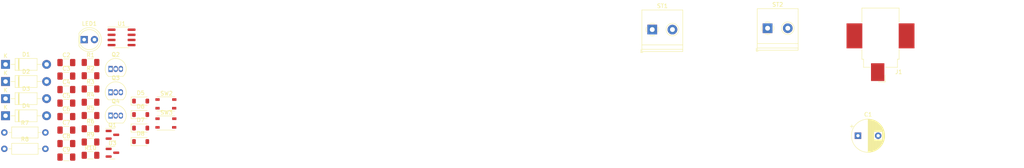
<source format=kicad_pcb>
(kicad_pcb (version 20221018) (generator pcbnew)
  (layers (0 "F.Cu" signal) (31 "B.Cu" signal) (34 "B.Paste" user) (35 "F.Paste" user) (36 "B.SilkS" user "B.Silkscreen") (37 "F.SilkS" user "F.Silkscreen") (38 "B.Mask" user) (39 "F.Mask" user) (44 "Edge.Cuts" user))
  (net 0 "")
  (net 1 "Net-(D1-K)")
  (net 2 "GND")
  (net 3 "Net-(D3-A)")
  (net 4 "+5V")
  (net 5 "Net-(JP1-A)")
  (net 6 "Net-(D1-A)")
  (net 7 "Net-(D2-K)")
  (net 8 "Net-(D4-A)")
  (net 9 "Net-(D5-K)")
  (net 10 "/LOOP_STATE")
  (net 11 "/OFFSET_REF_V")
  (net 12 "/LOOP_ENGZ")
  (net 13 "Net-(D8-A)")
  (net 14 "Net-(LED1-K)")
  (net 15 "Net-(LED1-A)")
  (net 16 "Net-(Q1-G)")
  (net 17 "+3.3V")
  (net 18 "Net-(Q2-B)")
  (net 19 "/SNDR_EN")
  (net 20 "Net-(Q3-E)")
  (net 21 "Net-(Q4-B)")
  (net 22 "/RTS")
  (net 23 "/KEY_PDL_DOT")
  (net 24 "/PDL_DASH")
  (net 25 "/KOB_KEY-")
  (footprint "Diode_SMD:D_SOD-123" (layer "F.Cu") (at -33.18 55.255)
    (fp_text reference "D7" (at 0 -2) (layer "F.SilkS"))
    (fp_text value "1N4148W")
    (fp_line (start -2.36 -1) (end -2.36 1) (stroke (width 0.12)) (layer "F.SilkS"))
    (fp_line (start -2.36 -1) (end 1.65 -1) (stroke (width 0.12)) (layer "F.SilkS"))
    (fp_line (start -2.36 1) (end 1.65 1) (stroke (width 0.12)) (layer "F.SilkS"))
    (pad "1" smd roundrect (at -1.65 0) (size 0.9 1.2) (layers "F.Cu" "F.Paste" "F.Mask") (net 12 "/LOOP_ENGZ"))
    (pad "2" smd roundrect (at 1.65 0) (size 0.9 1.2) (layers "F.Cu" "F.Paste" "F.Mask") (net 2 "GND"))
  )
  (footprint "Capacitor_SMD:C_1206_3216Metric_Pad1.33x1.80mm_HandSolder" (layer "F.Cu") (at -51.565 42.355)
    (fp_text reference "C3" (at 0 -1.85) (layer "F.SilkS"))
    (fp_text value "0.1u")
    (fp_line (start -0.711252 -0.91) (end 0.711252 -0.91) (stroke (width 0.12)) (layer "F.SilkS"))
    (fp_line (start -0.711252 0.91) (end 0.711252 0.91) (stroke (width 0.12)) (layer "F.SilkS"))
    (pad "1" smd roundrect (at -1.5625 0) (size 1.325 1.8) (layers "F.Cu" "F.Paste" "F.Mask") (roundrect_rratio 0.188679) (net 3 "Net-(D3-A)"))
    (pad "2" smd roundrect (at 1.5625 0) (size 1.325 1.8) (layers "F.Cu" "F.Paste" "F.Mask") (roundrect_rratio 0.188679) (net 2 "GND"))
  )
  (footprint "Package_TO_SOT_THT:TO-92_Inline" (layer "F.Cu") (at -40.625 40.585)
    (fp_text reference "Q2" (at 1.27 -3.56) (layer "F.SilkS"))
    (fp_text value "2N3905")
    (fp_line (start -0.53 1.85) (end 3.07 1.85) (stroke (width 0.12)) (layer "F.SilkS"))
    (fp_arc (start -0.568478 1.838478) (mid -1.132087 -0.994977) (end 1.27 -2.6) (stroke (width 0.12)) (layer "F.SilkS"))
    (fp_arc (start 1.27 -2.6) (mid 3.672087 -0.994977) (end 3.108478 1.838478) (stroke (width 0.12)) (layer "F.SilkS"))
    (pad "1" thru_hole rect (at 0 0) (size 1.05 1.5) (drill 0.75) (layers "*.Cu" "*.Mask") (net 17 "+3.3V"))
    (pad "2" thru_hole oval (at 1.27 0) (size 1.05 1.5) (drill 0.75) (layers "*.Cu" "*.Mask") (net 18 "Net-(Q2-B)"))
    (pad "3" thru_hole oval (at 2.54 0) (size 1.05 1.5) (drill 0.75) (layers "*.Cu" "*.Mask") (net 19 "/SNDR_EN"))
  )
  (footprint "Diode_THT:D_DO-41_SOD81_P10.16mm_Horizontal" (layer "F.Cu") (at -66.605 39.455)
    (fp_text reference "D1" (at 5.08 -2.47) (layer "F.SilkS"))
    (fp_text value "1N4004")
    (fp_text user "K" (at 0 -2.1) (layer "F.SilkS"))
    (fp_line (start 1.34 0) (end 2.36 0) (stroke (width 0.12)) (layer "F.SilkS"))
    (fp_line (start 2.36 -1.47) (end 2.36 1.47) (stroke (width 0.12)) (layer "F.SilkS"))
    (fp_line (start 2.36 1.47) (end 7.8 1.47) (stroke (width 0.12)) (layer "F.SilkS"))
    (fp_line (start 3.14 -1.47) (end 3.14 1.47) (stroke (width 0.12)) (layer "F.SilkS"))
    (fp_line (start 3.26 -1.47) (end 3.26 1.47) (stroke (width 0.12)) (layer "F.SilkS"))
    (fp_line (start 3.38 -1.47) (end 3.38 1.47) (stroke (width 0.12)) (layer "F.SilkS"))
    (fp_line (start 7.8 -1.47) (end 2.36 -1.47) (stroke (width 0.12)) (layer "F.SilkS"))
    (fp_line (start 7.8 1.47) (end 7.8 -1.47) (stroke (width 0.12)) (layer "F.SilkS"))
    (fp_line (start 8.82 0) (end 7.8 0) (stroke (width 0.12)) (layer "F.SilkS"))
    (pad "1" thru_hole rect (at 0 0) (size 2.2 2.2) (drill 1.1) (layers "*.Cu" "*.Mask") (net 1 "Net-(D1-K)"))
    (pad "2" thru_hole oval (at 10.16 0) (size 2.2 2.2) (drill 1.1) (layers "*.Cu" "*.Mask") (net 6 "Net-(D1-A)"))
  )
  (footprint "Diode_SMD:D_SOD-123" (layer "F.Cu") (at -33.18 51.905)
    (fp_text reference "D6" (at 0 -2) (layer "F.SilkS"))
    (fp_text value "MBR0560LT1G")
    (fp_line (start -2.36 -1) (end -2.36 1) (stroke (width 0.12)) (layer "F.SilkS"))
    (fp_line (start -2.36 -1) (end 1.65 -1) (stroke (width 0.12)) (layer "F.SilkS"))
    (fp_line (start -2.36 1) (end 1.65 1) (stroke (width 0.12)) (layer "F.SilkS"))
    (pad "1" smd roundrect (at -1.65 0) (size 0.9 1.2) (layers "F.Cu" "F.Paste" "F.Mask") (net 2 "GND"))
    (pad "2" smd roundrect (at 1.65 0) (size 0.9 1.2) (layers "F.Cu" "F.Paste" "F.Mask") (net 11 "/OFFSET_REF_V"))
  )
  (footprint "Resistor_SMD:R_1206_3216Metric_Pad1.30x1.75mm_HandSolder" (layer "F.Cu") (at -45.585 62.005)
    (fp_text reference "R10" (at 0 -1.82) (layer "F.SilkS"))
    (fp_text value "1k")
    (fp_line (start -0.727064 -0.91) (end 0.727064 -0.91) (stroke (width 0.12)) (layer "F.SilkS"))
    (fp_line (start -0.727064 0.91) (end 0.727064 0.91) (stroke (width 0.12)) (layer "F.SilkS"))
    (pad "1" smd roundrect (at -1.55 0) (size 1.3 1.75) (layers "F.Cu" "F.Paste" "F.Mask") (roundrect_rratio 0.192308) (net 19 "/SNDR_EN"))
    (pad "2" smd roundrect (at 1.55 0) (size 1.3 1.75) (layers "F.Cu" "F.Paste" "F.Mask") (roundrect_rratio 0.192308) (net 21 "Net-(Q4-B)"))
  )
  (footprint "Package_TO_SOT_SMD:SOT-23" (layer "F.Cu") (at -40.165 61.375)
    (fp_text reference "U3" (at 0 -2.4) (layer "F.SilkS"))
    (fp_text value "MCP1702T-3302E")
    (fp_line (start 0 -1.56) (end -1.675 -1.56) (stroke (width 0.12)) (layer "F.SilkS"))
    (fp_line (start 0 -1.56) (end 0.65 -1.56) (stroke (width 0.12)) (layer "F.SilkS"))
    (fp_line (start 0 1.56) (end -0.65 1.56) (stroke (width 0.12)) (layer "F.SilkS"))
    (fp_line (start 0 1.56) (end 0.65 1.56) (stroke (width 0.12)) (layer "F.SilkS"))
    (pad "1" smd roundrect (at -0.9375 -0.95) (size 1.475 0.6) (layers "F.Cu" "F.Paste" "F.Mask") (net 2 "GND"))
    (pad "2" smd roundrect (at -0.9375 0.95) (size 1.475 0.6) (layers "F.Cu" "F.Paste" "F.Mask") (net 5 "Net-(JP1-A)"))
    (pad "3" smd roundrect (at 0.9375 0) (size 1.475 0.6) (layers "F.Cu" "F.Paste" "F.Mask") (net 4 "+5V"))
  )
  (footprint "Capacitor_SMD:C_1206_3216Metric_Pad1.33x1.80mm_HandSolder" (layer "F.Cu") (at -51.565 39.005)
    (fp_text reference "C2" (at 0 -1.85) (layer "F.SilkS"))
    (fp_text value "0.1u")
    (fp_line (start -0.711252 -0.91) (end 0.711252 -0.91) (stroke (width 0.12)) (layer "F.SilkS"))
    (fp_line (start -0.711252 0.91) (end 0.711252 0.91) (stroke (width 0.12)) (layer "F.SilkS"))
    (pad "1" smd roundrect (at -1.5625 0) (size 1.325 1.8) (layers "F.Cu" "F.Paste" "F.Mask") (roundrect_rratio 0.188679) (net 1 "Net-(D1-K)"))
    (pad "2" smd roundrect (at 1.5625 0) (size 1.325 1.8) (layers "F.Cu" "F.Paste" "F.Mask") (roundrect_rratio 0.188679) (net 2 "GND"))
  )
  (footprint "Package_TO_SOT_THT:TO-92_Inline" (layer "F.Cu") (at -40.625 52.165)
    (fp_text reference "Q4" (at 1.27 -3.56) (layer "F.SilkS"))
    (fp_text value "2N3904")
    (fp_line (start -0.53 1.85) (end 3.07 1.85) (stroke (width 0.12)) (layer "F.SilkS"))
    (fp_arc (start -0.568478 1.838478) (mid -1.132087 -0.994977) (end 1.27 -2.6) (stroke (width 0.12)) (layer "F.SilkS"))
    (fp_arc (start 1.27 -2.6) (mid 3.672087 -0.994977) (end 3.108478 1.838478) (stroke (width 0.12)) (layer "F.SilkS"))
    (pad "1" thru_hole rect (at 0 0) (size 1.05 1.5) (drill 0.75) (layers "*.Cu" "*.Mask") (net 2 "GND"))
    (pad "2" thru_hole oval (at 1.27 0) (size 1.05 1.5) (drill 0.75) (layers "*.Cu" "*.Mask") (net 21 "Net-(Q4-B)"))
    (pad "3" thru_hole oval (at 2.54 0) (size 1.05 1.5) (drill 0.75) (layers "*.Cu" "*.Mask") (net 14 "Net-(LED1-K)"))
  )
  (footprint "LED_THT:LED_D5.0mm" (layer "F.Cu") (at -47.155 33.305)
    (fp_text reference "LED1" (at 1.27 -3.96) (layer "F.SilkS"))
    (fp_text value "SNDR")
    (fp_line (start -1.29 -1.545) (end -1.29 1.545) (stroke (width 0.12)) (layer "F.SilkS"))
    (fp_arc (start -1.29 -1.54483) (mid 2.072002 -2.880433) (end 4.26 0.000462) (stroke (width 0.12)) (layer "F.SilkS"))
    (fp_arc (start 4.26 -0.000462) (mid 2.072002 2.880433) (end -1.29 1.54483) (stroke (width 0.12)) (layer "F.SilkS"))
    (fp_circle (center 1.27 0) (end 3.77 0) (stroke (width 0.12)) (fill none) (layer "F.SilkS"))
    (pad "1" thru_hole rect (at 0 0) (size 1.8 1.8) (drill 0.9) (layers "*.Cu" "*.Mask") (net 14 "Net-(LED1-K)"))
    (pad "2" thru_hole circle (at 2.54 0) (size 1.8 1.8) (drill 0.9) (layers "*.Cu" "*.Mask") (net 15 "Net-(LED1-A)"))
  )
  (footprint "Capacitor_SMD:C_1206_3216Metric_Pad1.33x1.80mm_HandSolder" (layer "F.Cu") (at -51.565 62.455)
    (fp_text reference "C9" (at 0 -1.85) (layer "F.SilkS"))
    (fp_text value "1uF")
    (fp_line (start -0.711252 -0.91) (end 0.711252 -0.91) (stroke (width 0.12)) (layer "F.SilkS"))
    (fp_line (start -0.711252 0.91) (end 0.711252 0.91) (stroke (width 0.12)) (layer "F.SilkS"))
    (pad "1" smd roundrect (at -1.5625 0) (size 1.325 1.8) (layers "F.Cu" "F.Paste" "F.Mask") (roundrect_rratio 0.188679) (net 5 "Net-(JP1-A)"))
    (pad "2" smd roundrect (at 1.5625 0) (size 1.325 1.8) (layers "F.Cu" "F.Paste" "F.Mask") (roundrect_rratio 0.188679) (net 2 "GND"))
  )
  (footprint "Capacitor_SMD:C_1206_3216Metric_Pad1.33x1.80mm_HandSolder" (layer "F.Cu") (at -51.565 55.755)
    (fp_text reference "C7" (at 0 -1.85) (layer "F.SilkS"))
    (fp_text value "0.1u")
    (fp_line (start -0.711252 -0.91) (end 0.711252 -0.91) (stroke (width 0.12)) (layer "F.SilkS"))
    (fp_line (start -0.711252 0.91) (end 0.711252 0.91) (stroke (width 0.12)) (layer "F.SilkS"))
    (pad "1" smd roundrect (at -1.5625 0) (size 1.325 1.8) (layers "F.Cu" "F.Paste" "F.Mask") (roundrect_rratio 0.188679) (net 3 "Net-(D3-A)"))
    (pad "2" smd roundrect (at 1.5625 0) (size 1.325 1.8) (layers "F.Cu" "F.Paste" "F.Mask") (roundrect_rratio 0.188679) (net 2 "GND"))
  )
  (footprint "Resistor_THT:R_Axial_DIN0207_L6.3mm_D2.5mm_P10.16mm_Horizontal" (layer "F.Cu") (at -66.905 56.355)
    (fp_text reference "R7" (at 5.08 -2.37) (layer "F.SilkS"))
    (fp_text value "1k")
    (fp_line (start 1.04 0) (end 1.81 0) (stroke (width 0.12)) (layer "F.SilkS"))
    (fp_line (start 1.81 -1.37) (end 1.81 1.37) (stroke (width 0.12)) (layer "F.SilkS"))
    (fp_line (start 1.81 1.37) (end 8.35 1.37) (stroke (width 0.12)) (layer "F.SilkS"))
    (fp_line (start 8.35 -1.37) (end 1.81 -1.37) (stroke (width 0.12)) (layer "F.SilkS"))
    (fp_line (start 8.35 1.37) (end 8.35 -1.37) (stroke (width 0.12)) (layer "F.SilkS"))
    (fp_line (start 9.12 0) (end 8.35 0) (stroke (width 0.12)) (layer "F.SilkS"))
    (pad "1" thru_hole circle (at 0 0) (size 1.6 1.6) (drill 0.8) (layers "*.Cu" "*.Mask") (net 17 "+3.3V"))
    (pad "2" thru_hole oval (at 10.16 0) (size 1.6 1.6) (drill 0.8) (layers "*.Cu" "*.Mask") (net 18 "Net-(Q2-B)"))
  )
  (footprint "Resistor_SMD:R_1206_3216Metric_Pad1.30x1.75mm_HandSolder" (layer "F.Cu") (at -45.585 52.135)
    (fp_text reference "R5" (at 0 -1.82) (layer "F.SilkS"))
    (fp_text value "DNP")
    (fp_line (start -0.727064 -0.91) (end 0.727064 -0.91) (stroke (width 0.12)) (layer "F.SilkS"))
    (fp_line (start -0.727064 0.91) (end 0.727064 0.91) (stroke (width 0.12)) (layer "F.SilkS"))
    (pad "1" smd roundrect (at -1.55 0) (size 1.3 1.75) (layers "F.Cu" "F.Paste" "F.Mask") (roundrect_rratio 0.192308) (net 2 "GND"))
    (pad "2" smd roundrect (at 1.55 0) (size 1.3 1.75) (layers "F.Cu" "F.Paste" "F.Mask") (roundrect_rratio 0.192308) (net 8 "Net-(D4-A)"))
  )
  (footprint "Resistor_SMD:R_1206_3216Metric_Pad1.30x1.75mm_HandSolder" (layer "F.Cu") (at -45.585 45.555)
    (fp_text reference "R3" (at 0 -1.82) (layer "F.SilkS"))
    (fp_text value "20k")
    (fp_line (start -0.727064 -0.91) (end 0.727064 -0.91) (stroke (width 0.12)) (layer "F.SilkS"))
    (fp_line (start -0.727064 0.91) (end 0.727064 0.91) (stroke (width 0.12)) (layer "F.SilkS"))
    (pad "1" smd roundrect (at -1.55 0) (size 1.3 1.75) (layers "F.Cu" "F.Paste" "F.Mask") (roundrect_rratio 0.192308) (net 4 "+5V"))
    (pad "2" smd roundrect (at 1.55 0) (size 1.3 1.75) (layers "F.Cu" "F.Paste" "F.Mask") (roundrect_rratio 0.192308) (net 11 "/OFFSET_REF_V"))
  )
  (footprint "Capacitor_THT:CP_Radial_D8.0mm_P5.00mm" (layer "F.Cu") (at 144.282349 57.15)
    (fp_text reference "C1" (at 2.5 -5.25) (layer "F.SilkS"))
    (fp_text value "10uf")
    (fp_line (start -1.909698 -2.315) (end -1.109698 -2.315) (stroke (width 0.12)) (layer "F.SilkS"))
    (fp_line (start -1.509698 -2.715) (end -1.509698 -1.915) (stroke (width 0.12)) (layer "F.SilkS"))
    (fp_line (start 2.5 -4.08) (end 2.5 4.08) (stroke (width 0.12)) (layer "F.SilkS"))
    (fp_line (start 2.54 -4.08) (end 2.54 4.08) (stroke (width 0.12)) (layer "F.SilkS"))
    (fp_line (start 2.58 -4.08) (end 2.58 4.08) (stroke (width 0.12)) (layer "F.SilkS"))
    (fp_line (start 2.62 -4.079) (end 2.62 4.079) (stroke (width 0.12)) (layer "F.SilkS"))
    (fp_line (start 2.66 -4.077) (end 2.66 4.077) (stroke (width 0.12)) (layer "F.SilkS"))
    (fp_line (start 2.7 -4.076) (end 2.7 4.076) (stroke (width 0.12)) (layer "F.SilkS"))
    (fp_line (start 2.74 -4.074) (end 2.74 4.074) (stroke (width 0.12)) (layer "F.SilkS"))
    (fp_line (start 2.78 -4.071) (end 2.78 4.071) (stroke (width 0.12)) (layer "F.SilkS"))
    (fp_line (start 2.82 -4.068) (end 2.82 4.068) (stroke (width 0.12)) (layer "F.SilkS"))
    (fp_line (start 2.86 -4.065) (end 2.86 4.065) (stroke (width 0.12)) (layer "F.SilkS"))
    (fp_line (start 2.9 -4.061) (end 2.9 4.061) (stroke (width 0.12)) (layer "F.SilkS"))
    (fp_line (start 2.94 -4.057) (end 2.94 4.057) (stroke (width 0.12)) (layer "F.SilkS"))
    (fp_line (start 2.98 -4.052) (end 2.98 4.052) (stroke (width 0.12)) (layer "F.SilkS"))
    (fp_line (start 3.02 -4.048) (end 3.02 4.048) (stroke (width 0.12)) (layer "F.SilkS"))
    (fp_line (start 3.06 -4.042) (end 3.06 4.042) (stroke (width 0.12)) (layer "F.SilkS"))
    (fp_line (start 3.1 -4.037) (end 3.1 4.037) (stroke (width 0.12)) (layer "F.SilkS"))
    (fp_line (start 3.14 -4.03) (end 3.14 4.03) (stroke (width 0.12)) (layer "F.SilkS"))
    (fp_line (start 3.18 -4.024) (end 3.18 4.024) (stroke (width 0.12)) (layer "F.SilkS"))
    (fp_line (start 3.221 -4.017) (end 3.221 4.017) (stroke (width 0.12)) (layer "F.SilkS"))
    (fp_line (start 3.261 -4.01) (end 3.261 4.01) (stroke (width 0.12)) (layer "F.SilkS"))
    (fp_line (start 3.301 -4.002) (end 3.301 4.002) (stroke (width 0.12)) (layer "F.SilkS"))
    (fp_line (start 3.341 -3.994) (end 3.341 3.994) (stroke (width 0.12)) (layer "F.SilkS"))
    (fp_line (start 3.381 -3.985) (end 3.381 3.985) (stroke (width 0.12)) (layer "F.SilkS"))
    (fp_line (start 3.421 -3.976) (end 3.421 3.976) (stroke (width 0.12)) (layer "F.SilkS"))
    (fp_line (start 3.461 -3.967) (end 3.461 3.967) (stroke (width 0.12)) (layer "F.SilkS"))
    (fp_line (start 3.501 -3.957) (end 3.501 3.957) (stroke (width 0.12)) (layer "F.SilkS"))
    (fp_line (start 3.541 -3.947) (end 3.541 3.947) (stroke (width 0.12)) (layer "F.SilkS"))
    (fp_line (start 3.581 -3.936) (end 3.581 3.936) (stroke (width 0.12)) (layer "F.SilkS"))
    (fp_line (start 3.621 -3.925) (end 3.621 3.925) (stroke (width 0.12)) (layer "F.SilkS"))
    (fp_line (start 3.661 -3.914) (end 3.661 3.914) (stroke (width 0.12)) (layer "F.SilkS"))
    (fp_line (start 3.701 -3.902) (end 3.701 3.902) (stroke (width 0.12)) (layer "F.SilkS"))
    (fp_line (start 3.741 -3.889) (end 3.741 3.889) (stroke (width 0.12)) (layer "F.SilkS"))
    (fp_line (start 3.781 -3.877) (end 3.781 3.877) (stroke (width 0.12)) (layer "F.SilkS"))
    (fp_line (start 3.821 -3.863) (end 3.821 3.863) (stroke (width 0.12)) (layer "F.SilkS"))
    (fp_line (start 3.861 -3.85) (end 3.861 3.85) (stroke (width 0.12)) (layer "F.SilkS"))
    (fp_line (start 3.901 -3.835) (end 3.901 3.835) (stroke (width 0.12)) (layer "F.SilkS"))
    (fp_line (start 3.941 -3.821) (end 3.941 3.821) (stroke (width 0.12)) (layer "F.SilkS"))
    (fp_line (start 3.981 -3.805) (end 3.981 -1.04) (stroke (width 0.12)) (layer "F.SilkS"))
    (fp_line (start 3.981 1.04) (end 3.981 3.805) (stroke (width 0.12)) (layer "F.SilkS"))
    (fp_line (start 4.021 -3.79) (end 4.021 -1.04) (stroke (width 0.12)) (layer "F.SilkS"))
    (fp_line (start 4.021 1.04) (end 4.021 3.79) (stroke (width 0.12)) (layer "F.SilkS"))
    (fp_line (start 4.061 -3.774) (end 4.061 -1.04) (stroke (width 0.12)) (layer "F.SilkS"))
    (fp_line (start 4.061 1.04) (end 4.061 3.774) (stroke (width 0.12)) (layer "F.SilkS"))
    (fp_line (start 4.101 -3.757) (end 4.101 -1.04) (stroke (width 0.12)) (layer "F.SilkS"))
    (fp_line (start 4.101 1.04) (end 4.101 3.757) (stroke (width 0.12)) (layer "F.SilkS"))
    (fp_line (start 4.141 -3.74) (end 4.141 -1.04) (stroke (width 0.12)) (layer "F.SilkS"))
    (fp_line (start 4.141 1.04) (end 4.141 3.74) (stroke (width 0.12)) (layer "F.SilkS"))
    (fp_line (start 4.181 -3.722) (end 4.181 -1.04) (stroke (width 0.12)) (layer "F.SilkS"))
    (fp_line (start 4.181 1.04) (end 4.181 3.722) (stroke (width 0.12)) (layer "F.SilkS"))
    (fp_line (start 4.221 -3.704) (end 4.221 -1.04) (stroke (width 0.12)) (layer "F.SilkS"))
    (fp_line (start 4.221 1.04) (end 4.221 3.704) (stroke (width 0.12)) (layer "F.SilkS"))
    (fp_line (start 4.261 -3.686) (end 4.261 -1.04) (stroke (width 0.12)) (layer "F.SilkS"))
    (fp_line (start 4.261 1.04) (end 4.261 3.686) (stroke (width 0.12)) (layer "F.SilkS"))
    (fp_line (start 4.301 -3.666) (end 4.301 -1.04) (stroke (width 0.12)) (layer "F.SilkS"))
    (fp_line (start 4.301 1.04) (end 4.301 3.666) (stroke (width 0.12)) (layer "F.SilkS"))
    (fp_line (start 4.341 -3.647) (end 4.341 -1.04) (stroke (width 0.12)) (layer "F.SilkS"))
    (fp_line (start 4.341 1.04) (end 4.341 3.647) (stroke (width 0.12)) (layer "F.SilkS"))
    (fp_line (start 4.381 -3.627) (end 4.381 -1.04) (stroke (width 0.12)) (layer "F.SilkS"))
    (fp_line (start 4.381 1.04) (end 4.381 3.627) (stroke (width 0.12)) (layer "F.SilkS"))
    (fp_line (start 4.421 -3.606) (end 4.421 -1.04) (stroke (width 0.12)) (layer "F.SilkS"))
    (fp_line (start 4.421 1.04) (end 4.421 3.606) (stroke (width 0.12)) (layer "F.SilkS"))
    (fp_line (start 4.461 -3.584) (end 4.461 -1.04) (stroke (width 0.12)) (layer "F.SilkS"))
    (fp_line (start 4.461 1.04) (end 4.461 3.584) (stroke (width 0.12)) (layer "F.SilkS"))
    (fp_line (start 4.501 -3.562) (end 4.501 -1.04) (stroke (width 0.12)) (layer "F.SilkS"))
    (fp_line (start 4.501 1.04) (end 4.501 3.562) (stroke (width 0.12)) (layer "F.SilkS"))
    (fp_line (start 4.541 -3.54) (end 4.541 -1.04) (stroke (width 0.12)) (layer "F.SilkS"))
    (fp_line (start 4.541 1.04) (end 4.541 3.54) (stroke (width 0.12)) (layer "F.SilkS"))
    (fp_line (start 4.581 -3.517) (end 4.581 -1.04) (stroke (width 0.12)) (layer "F.SilkS"))
    (fp_line (start 4.581 1.04) (end 4.581 3.517) (stroke (width 0.12)) (layer "F.SilkS"))
    (fp_line (start 4.621 -3.493) (end 4.621 -1.04) (stroke (width 0.12)) (layer "F.SilkS"))
    (fp_line (start 4.621 1.04) (end 4.621 3.493) (stroke (width 0.12)) (layer "F.SilkS"))
    (fp_line (start 4.661 -3.469) (end 4.661 -1.04) (stroke (width 0.12)) (layer "F.SilkS"))
    (fp_line (start 4.661 1.04) (end 4.661 3.469) (stroke (width 0.12)) (layer "F.SilkS"))
    (fp_line (start 4.701 -3.444) (end 4.701 -1.04) (stroke (width 0.12)) (layer "F.SilkS"))
    (fp_line (start 4.701 1.04) (end 4.701 3.444) (stroke (width 0.12)) (layer "F.SilkS"))
    (fp_line (start 4.741 -3.418) (end 4.741 -1.04) (stroke (width 0.12)) (layer "F.SilkS"))
    (fp_line (start 4.741 1.04) (end 4.741 3.418) (stroke (width 0.12)) (layer "F.SilkS"))
    (fp_line (start 4.781 -3.392) (end 4.781 -1.04) (stroke (width 0.12)) (layer "F.SilkS"))
    (fp_line (start 4.781 1.04) (end 4.781 3.392) (stroke (width 0.12)) (layer "F.SilkS"))
    (fp_line (start 4.821 -3.365) (end 4.821 -1.04) (stroke (width 0.12)) (layer "F.SilkS"))
    (fp_line (start 4.821 1.04) (end 4.821 3.365) (stroke (width 0.12)) (layer "F.SilkS"))
    (fp_line (start 4.861 -3.338) (end 4.861 -1.04) (stroke (width 0.12)) (layer "F.SilkS"))
    (fp_line (start 4.861 1.04) (end 4.861 3.338) (stroke (width 0.12)) (layer "F.SilkS"))
    (fp_line (start 4.901 -3.309) (end 4.901 -1.04) (stroke (width 0.12)) (layer "F.SilkS"))
    (fp_line (start 4.901 1.04) (end 4.901 3.309) (stroke (width 0.12)) (layer "F.SilkS"))
    (fp_line (start 4.941 -3.28) (end 4.941 -1.04) (stroke (width 0.12)) (layer "F.SilkS"))
    (fp_line (start 4.941 1.04) (end 4.941 3.28) (stroke (width 0.12)) (layer "F.SilkS"))
    (fp_line (start 4.981 -3.25) (end 4.981 -1.04) (stroke (width 0.12)) (layer "F.SilkS"))
    (fp_line (start 4.981 1.04) (end 4.981 3.25) (stroke (width 0.12)) (layer "F.SilkS"))
    (fp_line (start 5.021 -3.22) (end 5.021 -1.04) (stroke (width 0.12)) (layer "F.SilkS"))
    (fp_line (start 5.021 1.04) (end 5.021 3.22) (stroke (width 0.12)) (layer "F.SilkS"))
    (fp_line (start 5.061 -3.189) (end 5.061 -1.04) (stroke (width 0.12)) (layer "F.SilkS"))
    (fp_line (start 5.061 1.04) (end 5.061 3.189) (stroke (width 0.12)) (layer "F.SilkS"))
    (fp_line (start 5.101 -3.156) (end 5.101 -1.04) (stroke (width 0.12)) (layer "F.SilkS"))
    (fp_line (start 5.101 1.04) (end 5.101 3.156) (stroke (width 0.12)) (layer "F.SilkS"))
    (fp_line (start 5.141 -3.124) (end 5.141 -1.04) (stroke (width 0.12)) (layer "F.SilkS"))
    (fp_line (start 5.141 1.04) (end 5.141 3.124) (stroke (width 0.12)) (layer "F.SilkS"))
    (fp_line (start 5.181 -3.09) (end 5.181 -1.04) (stroke (width 0.12)) (layer "F.SilkS"))
    (fp_line (start 5.181 1.04) (end 5.181 3.09) (stroke (width 0.12)) (layer "F.SilkS"))
    (fp_line (start 5.221 -3.055) (end 5.221 -1.04) (stroke (width 0.12)) (layer "F.SilkS"))
    (fp_line (start 5.221 1.04) (end 5.221 3.055) (stroke (width 0.12)) (layer "F.SilkS"))
    (fp_line (start 5.261 -3.019) (end 5.261 -1.04) (stroke (width 0.12)) (layer "F.SilkS"))
    (fp_line (start 5.261 1.04) (end 5.261 3.019) (stroke (width 0.12)) (layer "F.SilkS"))
    (fp_line (start 5.301 -2.983) (end 5.301 -1.04) (stroke (width 0.12)) (layer "F.SilkS"))
    (fp_line (start 5.301 1.04) (end 5.301 2.983) (stroke (width 0.12)) (layer "F.SilkS"))
    (fp_line (start 5.341 -2.945) (end 5.341 -1.04) (stroke (width 0.12)) (layer "F.SilkS"))
    (fp_line (start 5.341 1.04) (end 5.341 2.945) (stroke (width 0.12)) (layer "F.SilkS"))
    (fp_line (start 5.381 -2.907) (end 5.381 -1.04) (stroke (width 0.12)) (layer "F.SilkS"))
    (fp_line (start 5.381 1.04) (end 5.381 2.907) (stroke (width 0.12)) (layer "F.SilkS"))
    (fp_line (start 5.421 -2.867) (end 5.421 -1.04) (stroke (width 0.12)) (layer "F.SilkS"))
    (fp_line (start 5.421 1.04) (end 5.421 2.867) (stroke (width 0.12)) (layer "F.SilkS"))
    (fp_line (start 5.461 -2.826) (end 5.461 -1.04) (stroke (width 0.12)) (layer "F.SilkS"))
    (fp_line (start 5.461 1.04) (end 5.461 2.826) (stroke (width 0.12)) (layer "F.SilkS"))
    (fp_line (start 5.501 -2.784) (end 5.501 -1.04) (stroke (width 0.12)) (layer "F.SilkS"))
    (fp_line (start 5.501 1.04) (end 5.501 2.784) (stroke (width 0.12)) (layer "F.SilkS"))
    (fp_line (start 5.541 -2.741) (end 5.541 -1.04) (stroke (width 0.12)) (layer "F.SilkS"))
    (fp_line (start 5.541 1.04) (end 5.541 2.741) (stroke (width 0.12)) (layer "F.SilkS"))
    (fp_line (start 5.581 -2.697) (end 5.581 -1.04) (stroke (width 0.12)) (layer "F.SilkS"))
    (fp_line (start 5.581 1.04) (end 5.581 2.697) (stroke (width 0.12)) (layer "F.SilkS"))
    (fp_line (start 5.621 -2.651) (end 5.621 -1.04) (stroke (width 0.12)) (layer "F.SilkS"))
    (fp_line (start 5.621 1.04) (end 5.621 2.651) (stroke (width 0.12)) (layer "F.SilkS"))
    (fp_line (start 5.661 -2.604) (end 5.661 -1.04) (stroke (width 0.12)) (layer "F.SilkS"))
    (fp_line (start 5.661 1.04) (end 5.661 2.604) (stroke (width 0.12)) (layer "F.SilkS"))
    (fp_line (start 5.701 -2.556) (end 5.701 -1.04) (stroke (width 0.12)) (layer "F.SilkS"))
    (fp_line (start 5.701 1.04) (end 5.701 2.556) (stroke (width 0.12)) (layer "F.SilkS"))
    (fp_line (start 5.741 -2.505) (end 5.741 -1.04) (stroke (width 0.12)) (layer "F.SilkS"))
    (fp_line (start 5.741 1.04) (end 5.741 2.505) (stroke (width 0.12)) (layer "F.SilkS"))
    (fp_line (start 5.781 -2.454) (end 5.781 -1.04) (stroke (width 0.12)) (layer "F.SilkS"))
    (fp_line (start 5.781 1.04) (end 5.781 2.454) (stroke (width 0.12)) (layer "F.SilkS"))
    (fp_line (start 5.821 -2.4) (end 5.821 -1.04) (stroke (width 0.12)) (layer "F.SilkS"))
    (fp_line (start 5.821 1.04) (end 5.821 2.4) (stroke (width 0.12)) (layer "F.SilkS"))
    (fp_line (start 5.861 -2.345) (end 5.861 -1.04) (stroke (width 0.12)) (layer "F.SilkS"))
    (fp_line (start 5.861 1.04) (end 5.861 2.345) (stroke (width 0.12)) (layer "F.SilkS"))
    (fp_line (start 5.901 -2.287) (end 5.901 -1.04) (stroke (width 0.12)) (layer "F.SilkS"))
    (fp_line (start 5.901 1.04) (end 5.901 2.287) (stroke (width 0.12)) (layer "F.SilkS"))
    (fp_line (start 5.941 -2.228) (end 5.941 -1.04) (stroke (width 0.12)) (layer "F.SilkS"))
    (fp_line (start 5.941 1.04) (end 5.941 2.228) (stroke (width 0.12)) (layer "F.SilkS"))
    (fp_line (start 5.981 -2.166) (end 5.981 -1.04) (stroke (width 0.12)) (layer "F.SilkS"))
    (fp_line (start 5.981 1.04) (end 5.981 2.166) (stroke (width 0.12)) (layer "F.SilkS"))
    (fp_line (start 6.021 -2.102) (end 6.021 -1.04) (stroke (width 0.12)) (layer "F.SilkS"))
    (fp_line (start 6.021 1.04) (end 6.021 2.102) (stroke (width 0.12)) (layer "F.SilkS"))
    (fp_line (start 6.061 -2.034) (end 6.061 2.034) (stroke (width 0.12)) (layer "F.SilkS"))
    (fp_line (start 6.101 -1.964) (end 6.101 1.964) (stroke (width 0.12)) (layer "F.SilkS"))
    (fp_line (start 6.141 -1.89) (end 6.141 1.89) (stroke (width 0.12)) (layer "F.SilkS"))
    (fp_line (start 6.181 -1.813) (end 6.181 1.813) (stroke (width 0.12)) (layer "F.SilkS"))
    (fp_line (start 6.221 -1.731) (end 6.221 1.731) (stroke (width 0.12)) (layer "F.SilkS"))
    (fp_line (start 6.261 -1.645) (end 6.261 1.645) (stroke (width 0.12)) (layer "F.SilkS"))
    (fp_line (start 6.301 -1.552) (end 6.301 1.552) (stroke (width 0.12)) (layer "F.SilkS"))
    (fp_line (start 6.341 -1.453) (end 6.341 1.453) (stroke (width 0.12)) (layer "F.SilkS"))
    (fp_line (start 6.381 -1.346) (end 6.381 1.346) (stroke (width 0.12)) (layer "F.SilkS"))
    (fp_line (start 6.421 -1.229) (end 6.421 1.229) (stroke (width 0.12)) (layer "F.SilkS"))
    (fp_line (start 6.461 -1.098) (end 6.461 1.098) (stroke (width 0.12)) (layer "F.SilkS"))
    (fp_line (start 6.501 -0.948) (end 6.501 0.948) (stroke (width 0.12)) (layer "F.SilkS"))
    (fp_line (start 6.541 -0.768) (end 6.541 0.768) (stroke (width 0.12)) (layer "F.SilkS"))
    (fp_line (start 6.581 -0.533) (end 6.581 0.533) (stroke (width 0.12)) (layer "F.SilkS"))
    (fp_circle (center 2.5 0) (end 6.62 0) (stroke (width 0.12)) (fill none) (layer "F.SilkS"))
    (pad "1" thru_hole rect (at 0 0) (size 1.6 1.6) (drill 0.8) (layers "*.Cu" "*.Mask") (net 1 "Net-(D1-K)"))
    (pad "2" thru_hole circle (at 5 0) (size 1.6 1.6) (drill 0.8) (layers "*.Cu" "*.Mask") (net 2 "GND"))
  )
  (footprint "Diode_SMD:D_SOD-123" (layer "F.Cu") (at -33.18 58.605)
    (fp_text reference "D8" (at 0 -2) (layer "F.SilkS"))
    (fp_text value "MBR0560LT1G")
    (fp_line (start -2.36 -1) (end -2.36 1) (stroke (width 0.12)) (layer "F.SilkS"))
    (fp_line (start -2.36 -1) (end 1.65 -1) (stroke (width 0.12)) (layer "F.SilkS"))
    (fp_line (start -2.36 1) (end 1.65 1) (stroke (width 0.12)) (layer "F.SilkS"))
    (pad "1" smd roundrect (at -1.65 0) (size 0.9 1.2) (layers "F.Cu" "F.Paste" "F.Mask") (net 4 "+5V"))
    (pad "2" smd roundrect (at 1.65 0) (size 0.9 1.2) (layers "F.Cu" "F.Paste" "F.Mask") (net 13 "Net-(D8-A)"))
  )
  (footprint "Package_SO:SOIC-8_3.9x4.9mm_P1.27mm" (layer "F.Cu") (at -37.905 32.755)
    (fp_text reference "U1" (at 0 -3.4) (layer "F.SilkS"))
    (fp_text value "LM393ADR")
    (fp_line (start 0 -2.56) (end -3.45 -2.56) (stroke (width 0.12)) (layer "F.SilkS"))
    (fp_line (start 0 -2.56) (end 1.95 -2.56) (stroke (width 0.12)) (layer "F.SilkS"))
    (fp_line (start 0 2.56) (end -1.95 2.56) (stroke (width 0.12)) (layer "F.SilkS"))
    (fp_line (start 0 2.56) (end 1.95 2.56) (stroke (width 0.12)) (layer "F.SilkS"))
    (pad "1" smd roundrect (at -2.475 -1.905) (size 1.95 0.6) (layers "F.Cu" "F.Paste" "F.Mask") (net 25 "/KOB_KEY-"))
    (pad "2" smd roundrect (at -2.475 -0.635) (size 1.95 0.6) (layers "F.Cu" "F.Paste" "F.Mask") (net 11 "/OFFSET_REF_V"))
    (pad "3" smd roundrect (at -2.475 0.635) (size 1.95 0.6) (layers "F.Cu" "F.Paste" "F.Mask") (net 8 "Net-(D4-A)"))
    (pad "4" smd roundrect (at -2.475 1.905) (size 1.95 0.6) (layers "F.Cu" "F.Paste" "F.Mask") (net 2 "GND"))
    (pad "5" smd roundrect (at 2.475 1.905) (size 1.95 0.6) (layers "F.Cu" "F.Paste" "F.Mask") (net 19 "/SNDR_EN"))
    (pad "6" smd roundrect (at 2.475 0.635) (size 1.95 0.6) (layers "F.Cu" "F.Paste" "F.Mask") (net 11 "/OFFSET_REF_V"))
    (pad "7" smd roundrect (at 2.475 -0.635) (size 1.95 0.6) (layers "F.Cu" "F.Paste" "F.Mask") (net 16 "Net-(Q1-G)"))
    (pad "8" smd roundrect (at 2.475 -1.905) (size 1.95 0.6) (layers "F.Cu" "F.Paste" "F.Mask") (net 17 "+3.3V"))
  )
  (footprint "TerminalBlock_Philmore:TerminalBlock_Philmore_TB132_1x02_P5.00mm_Horizontal" (layer "F.Cu") (at 121.92 30.48)
    (fp_text reference "ST2" (at 2.5 -5.86) (layer "F.SilkS"))
    (fp_text value "Screw_Terminal_01x02")
    (fp_line (start -2.8 4.96) (end -2.8 5.7) (stroke (width 0.12)) (layer "F.SilkS"))
    (fp_line (start -2.8 5.7) (end -2.3 5.7) (stroke (width 0.12)) (layer "F.SilkS"))
    (fp_line (start -2.56 -4.86) (end -2.56 5.46) (stroke (width 0.12)) (layer "F.SilkS"))
    (fp_line (start -2.56 -4.86) (end 7.56 -4.86) (stroke (width 0.12)) (layer "F.SilkS"))
    (fp_line (start -2.56 3.8) (end 7.56 3.8) (stroke (width 0.12)) (layer "F.SilkS"))
    (fp_line (start -2.56 4.9) (end 7.56 4.9) (stroke (width 0.12)) (layer "F.SilkS"))
    (fp_line (start -2.56 5.46) (end 7.56 5.46) (stroke (width 0.12)) (layer "F.SilkS"))
    (fp_line (start 7.56 -4.86) (end 7.56 5.46) (stroke (width 0.12)) (layer "F.SilkS"))
    (fp_arc (start -1.432109 0.607742) (mid -1.555727 -0.00014) (end -1.432 -0.608) (stroke (width 0.12)) (layer "F.SilkS"))
    (fp_arc (start -0.607742 -1.432109) (mid 0.00014 -1.555727) (end 0.608 -1.432) (stroke (width 0.12)) (layer "F.SilkS"))
    (fp_arc (start 0.027011 1.555493) (mid -0.296984 1.527118) (end -0.608 1.432) (stroke (width 0.12)) (layer "F.SilkS"))
    (fp_arc (start 0.607587 1.431385) (mid 0.310017 1.523783) (end 0 1.555) (stroke (width 0.12)) (layer "F.SilkS"))
    (fp_arc (start 1.432109 -0.607742) (mid 1.555727 0.00014) (end 1.432 0.608) (stroke (width 0.12)) (layer "F.SilkS"))
    (fp_circle (center 5 0) (end 6.555 0) (stroke (width 0.12)) (fill none) (layer "F.SilkS"))
    (pad "1" thru_hole rect (at 0 0) (size 2.4 2.4) (drill 1.2) (layers "*.Cu" "*.Mask") (net 2 "GND"))
    (pad "2" thru_hole circle (at 5 0) (size 2.4 2.4) (drill 1.2) (layers "*.Cu" "*.Mask") (net 10 "/LOOP_STATE"))
  )
  (footprint "Capacitor_SMD:C_1206_3216Metric_Pad1.33x1.80mm_HandSolder" (layer "F.Cu") (at -51.565 49.055)
    (fp_text reference "C5" (at 0 -1.85) (layer "F.SilkS"))
    (fp_text value "0.1u")
    (fp_line (start -0.711252 -0.91) (end 0.711252 -0.91) (stroke (width 0.12)) (layer "F.SilkS"))
    (fp_line (start -0.711252 0.91) (end 0.711252 0.91) (stroke (width 0.12)) (layer "F.SilkS"))
    (pad "1" smd roundrect (at -1.5625 0) (size 1.325 1.8) (layers "F.Cu" "F.Paste" "F.Mask") (roundrect_rratio 0.188679) (net 3 "Net-(D3-A)"))
    (pad "2" smd roundrect (at 1.5625 0) (size 1.325 1.8) (layers "F.Cu" "F.Paste" "F.Mask") (roundrect_rratio 0.188679) (net 2 "GND"))
  )
  (footprint "Resistor_THT:R_Axial_DIN0207_L6.3mm_D2.5mm_P10.16mm_Horizontal" (layer "F.Cu") (at -66.905 60.405)
    (fp_text reference "R8" (at 5.08 -2.37) (layer "F.SilkS"))
    (fp_text value "270")
    (fp_line (start 1.04 0) (end 1.81 0) (stroke (width 0.12)) (layer "F.SilkS"))
    (fp_line (start 1.81 -1.37) (end 1.81 1.37) (stroke (width 0.12)) (layer "F.SilkS"))
    (fp_line (start 1.81 1.37) (end 8.35 1.37) (stroke (width 0.12)) (layer "F.SilkS"))
    (fp_line (start 8.35 -1.37) (end 1.81 -1.37) (stroke (width 0.12)) (layer "F.SilkS"))
    (fp_line (start 8.35 1.37) (end 8.35 -1.37) (stroke (width 0.12)) (layer "F.SilkS"))
    (fp_line (start 9.12 0) (end 8.35 0) (stroke (width 0.12)) (layer "F.SilkS"))
    (pad "1" thru_hole circle (at 0 0) (size 1.6 1.6) (drill 0.8) (layers "*.Cu" "*.Mask") (net 20 "Net-(Q3-E)"))
    (pad "2" thru_hole oval (at 10.16 0) (size 1.6 1.6) (drill 0.8) (layers "*.Cu" "*.Mask") (net 2 "GND"))
  )
  (footprint "Resistor_SMD:R_1206_3216Metric_Pad1.30x1.75mm_HandSolder" (layer "F.Cu") (at -45.585 38.975)
    (fp_text reference "R1" (at 0 -1.82) (layer "F.SilkS"))
    (fp_text value "3.3k")
    (fp_line (start -0.727064 -0.91) (end 0.727064 -0.91) (stroke (width 0.12)) (layer "F.SilkS"))
    (fp_line (start -0.727064 0.91) (end 0.727064 0.91) (stroke (width 0.12)) (layer "F.SilkS"))
    (pad "1" smd roundrect (at -1.55 0) (size 1.3 1.75) (layers "F.Cu" "F.Paste" "F.Mask") (roundrect_rratio 0.192308) (net 1 "Net-(D1-K)"))
    (pad "2" smd roundrect (at 1.55 0) (size 1.3 1.75) (layers "F.Cu" "F.Paste" "F.Mask") (roundrect_rratio 0.192308) (net 3 "Net-(D3-A)"))
  )
  (footprint "Button_Switch_SMD:SW_Push_1P1T_NO_Vertical_Wuerth_434133025816" (layer "F.Cu") (at -26.935 54.005)
    (fp_text reference "SW3" (at 0.15 -2.6) (layer "F.SilkS"))
    (fp_text value "DASH-SW")
    (fp_line (start -2.2 0.05) (end -2.2 -0.05) (stroke (width 0.12)) (layer "F.SilkS"))
    (fp_line (start -2.2 1.75) (end 2.2 1.75) (stroke (width 0.12)) (layer "F.SilkS"))
    (fp_line (start 2.2 -1.75) (end -2.2 -1.75) (stroke (width 0.12)) (layer "F.SilkS"))
    (fp_line (start 2.2 0.05) (end 2.2 -0.05) (stroke (width 0.12)) (layer "F.SilkS"))
    (pad "1" smd rect (at -2.075 -1.075) (size 1.05 0.65) (layers "F.Cu" "F.Paste" "F.Mask") (net 2 "GND"))
    (pad "1" smd rect (at 2.075 -1.075) (size 1.05 0.65) (layers "F.Cu" "F.Paste" "F.Mask") (net 2 "GND"))
    (pad "2" smd rect (at -2.075 1.075) (size 1.05 0.65) (layers "F.Cu" "F.Paste" "F.Mask") (net 24 "/PDL_DASH"))
    (pad "2" smd rect (at 2.05 1.075) (size 1.05 0.65) (layers "F.Cu" "F.Paste" "F.Mask") (net 24 "/PDL_DASH"))
  )
  (footprint "Connector_BarrelJack:BarrelJack_CUI_PJ-036AH-SMT_Horizontal" (layer "F.Cu") (at 149.86 35.575 180)
    (fp_text reference "J1" (at -4.5 -5.75) (layer "F.SilkS"))
    (fp_text value "Conn_Coaxial_Power")
    (fp_line (start -4.6 -2.6) (end -4.2 -2.6) (stroke (width 0.12)) (layer "F.SilkS"))
    (fp_line (start -4.6 -0.15) (end -4.6 -2.6) (stroke (width 0.12)) (layer "F.SilkS"))
    (fp_line (start -4.6 10.1) (end -4.6 6.55) (stroke (width 0.12)) (layer "F.SilkS"))
    (fp_line (start -4.2 -4.6) (end -1.2 -4.6) (stroke (width 0.12)) (layer "F.SilkS"))
    (fp_line (start -4.2 -2.6) (end -4.2 -4.6) (stroke (width 0.12)) (layer "F.SilkS"))
    (fp_line (start -1.19 -8.24) (end 0.55 -8.24) (stroke (width 0.12)) (layer "F.SilkS"))
    (fp_line (start -1.19 -6.5) (end -1.19 -8.24) (stroke (width 0.12)) (layer "F.SilkS"))
    (fp_line (start 2.6 -4.6) (end 4.2 -4.6) (stroke (width 0.12)) (layer "F.SilkS"))
    (fp_line (start 4.2 -4.6) (end 4.2 -2.6) (stroke (width 0.12)) (layer "F.SilkS"))
    (fp_line (start 4.2 -2.6) (end 4.6 -2.6) (stroke (width 0.12)) (layer "F.SilkS"))
    (fp_line (start 4.6 -2.6) (end 4.6 -0.15) (stroke (width 0.12)) (layer "F.SilkS"))
    (fp_line (start 4.6 6.55) (end 4.6 10.1) (stroke (width 0.12)) (layer "F.SilkS"))
    (fp_line (start 4.6 10.1) (end -4.6 10.1) (stroke (width 0.12)) (layer "F.SilkS"))
    (pad "" np_thru_hole circle (at 0 7 180) (size 2 2) (drill 2) (layers "*.Cu" "*.Mask"))
    (pad "1" smd rect (at 0.7 -5.8 180) (size 3.3 4.4) (layers "F.Cu" "F.Paste" "F.Mask") (net 6 "Net-(D1-A)"))
    (pad "2" smd rect (at -6.45 3.2 180) (size 3.9 6.2) (layers "F.Cu" "F.Paste" "F.Mask") (net 7 "Net-(D2-K)"))
    (pad "3" smd rect (at 6.45 3.2 180) (size 3.9 6.2) (layers "F.Cu" "F.Paste" "F.Mask"))
  )
  (footprint "Diode_SMD:D_SOD-123" (layer "F.Cu") (at -33.18 48.555)
    (fp_text reference "D5" (at 0 -2) (layer "F.SilkS"))
    (fp_text value "MBR0560LT1G")
    (fp_line (start -2.36 -1) (end -2.36 1) (stroke (width 0.12)) (layer "F.SilkS"))
    (fp_line (start -2.36 -1) (end 1.65 -1) (stroke (width 0.12)) (layer "F.SilkS"))
    (fp_line (start -2.36 1) (end 1.65 1) (stroke (width 0.12)) (layer "F.SilkS"))
    (pad "1" smd roundrect (at -1.65 0) (size 0.9 1.2) (layers "F.Cu" "F.Paste" "F.Mask") (net 9 "Net-(D5-K)"))
    (pad "2" smd roundrect (at 1.65 0) (size 0.9 1.2) (layers "F.Cu" "F.Paste" "F.Mask") (net 10 "/LOOP_STATE"))
  )
  (footprint "TerminalBlock_Philmore:TerminalBlock_Philmore_TB132_1x02_P5.00mm_Horizontal" (layer "F.Cu") (at 93.385 30.815)
    (fp_text reference "ST1" (at 2.5 -5.86) (layer "F.SilkS"))
    (fp_text value "Screw_Terminal_01x02")
    (fp_line (start -2.8 4.96) (end -2.8 5.7) (stroke (width 0.12)) (layer "F.SilkS"))
    (fp_line (start -2.8 5.7) (end -2.3 5.7) (stroke (width 0.12)) (layer "F.SilkS"))
    (fp_line (start -2.56 -4.86) (end -2.56 5.46) (stroke (width 0.12)) (layer "F.SilkS"))
    (fp_line (start -2.56 -4.86) (end 7.56 -4.86) (stroke (width 0.12)) (layer "F.SilkS"))
    (fp_line (start -2.56 3.8) (end 7.56 3.8) (stroke (width 0.12)) (layer "F.SilkS"))
    (fp_line (start -2.56 4.9) (end 7.56 4.9) (stroke (width 0.12)) (layer "F.SilkS"))
    (fp_line (start -2.56 5.46) (end 7.56 5.46) (stroke (width 0.12)) (layer "F.SilkS"))
    (fp_line (start 7.56 -4.86) (end 7.56 5.46) (stroke (width 0.12)) (layer "F.SilkS"))
    (fp_arc (start -1.432109 0.607742) (mid -1.555727 -0.00014) (end -1.432 -0.608) (stroke (width 0.12)) (layer "F.SilkS"))
    (fp_arc (start -0.607742 -1.432109) (mid 0.00014 -1.555727) (end 0.608 -1.432) (stroke (width 0.12)) (layer "F.SilkS"))
    (fp_arc (start 0.027011 1.555493) (mid -0.296984 1.527118) (end -0.608 1.432) (stroke (width 0.12)) (layer "F.SilkS"))
    (fp_arc (start 0.607587 1.431385) (mid 0.310017 1.523783) (end 0 1.555) (stroke (width 0.12)) (layer "F.SilkS"))
    (fp_arc (start 1.432109 -0.607742) (mid 1.555727 0.00014) (end 1.432 0.608) (stroke (width 0.12)) (layer "F.SilkS"))
    (fp_circle (center 5 0) (end 6.555 0) (stroke (width 0.12)) (fill none) (layer "F.SilkS"))
    (pad "1" thru_hole rect (at 0 0) (size 2.4 2.4) (drill 1.2) (layers "*.Cu" "*.Mask") (net 1 "Net-(D1-K)"))
    (pad "2" thru_hole circle (at 5 0) (size 2.4 2.4) (drill 1.2) (layers "*.Cu" "*.Mask") (net 2 "GND"))
  )
  (footprint "Capacitor_SMD:C_1206_3216Metric_Pad1.33x1.80mm_HandSolder" (layer "F.Cu") (at -51.565 45.705)
    (fp_text reference "C4" (at 0 -1.85) (layer "F.SilkS"))
    (fp_text value "0.1u")
    (fp_line (start -0.711252 -0.91) (end 0.711252 -0.91) (stroke (width 0.12)) (layer "F.SilkS"))
    (fp_line (start -0.711252 0.91) (end 0.711252 0.91) (stroke (width 0.12)) (layer "F.SilkS"))
    (pad "1" smd roundrect (at -1.5625 0) (size 1.325 1.8) (layers "F.Cu" "F.Paste" "F.Mask") (roundrect_rratio 0.188679) (net 3 "Net-(D3-A)"))
    (pad "2" smd roundrect (at 1.5625 0) (size 1.325 1.8) (layers "F.Cu" "F.Paste" "F.Mask") (roundrect_rratio 0.188679) (net 2 "GND"))
  )
  (footprint "Package_TO_SOT_SMD:SOT-23" (layer "F.Cu") (at -40.165 56.925)
    (fp_text reference "Q1" (at 0 -2.4) (layer "F.SilkS"))
    (fp_text value "G01N20LE")
    (fp_line (start 0 -1.56) (end -1.675 -1.56) (stroke (width 0.12)) (layer "F.SilkS"))
    (fp_line (start 0 -1.56) (end 0.65 -1.56) (stroke (width 0.12)) (layer "F.SilkS"))
    (fp_line (start 0 1.56) (end -0.65 1.56) (stroke (width 0.12)) (layer "F.SilkS"))
    (fp_line (start 0 1.56) (end 0.65 1.56) (stroke (width 0.12)) (layer "F.SilkS"))
    (pad "1" smd roundrect (at -0.9375 -0.95) (size 1.475 0.6) (layers "F.Cu" "F.Paste" "F.Mask") (net 16 "Net-(Q1-G)"))
    (pad "2" smd roundrect (at -0.9375 0.95) (size 1.475 0.6) (layers "F.Cu" "F.Paste" "F.Mask") (net 2 "GND"))
    (pad "3" smd roundrect (at 0.9375 0) (size 1.475 0.6) (layers "F.Cu" "F.Paste" "F.Mask") (net 9 "Net-(D5-K)"))
  )
  (footprint "Capacitor_SMD:C_1206_3216Metric_Pad1.33x1.80mm_HandSolder" (layer "F.Cu") (at -51.565 52.405)
    (fp_text reference "C6" (at 0 -1.85) (layer "F.SilkS"))
    (fp_text value "0.1u")
    (fp_line (start -0.711252 -0.91) (end 0.711252 -0.91) (stroke (width 0.12)) (layer "F.SilkS"))
    (fp_line (start -0.711252 0.91) (end 0.711252 0.91) (stroke (width 0.12)) (layer "F.SilkS"))
    (pad "1" smd roundrect (at -1.5625 0) (size 1.325 1.8) (layers "F.Cu" "F.Paste" "F.Mask") (roundrect_rratio 0.188679) (net 3 "Net-(D3-A)"))
    (pad "2" smd roundrect (at 1.5625 0) (size 1.325 1.8) (layers "F.Cu" "F.Paste" "F.Mask") (roundrect_rratio 0.188679) (net 2 "GND"))
  )
  (footprint "Diode_THT:D_DO-41_SOD81_P10.16mm_Horizontal" (layer "F.Cu") (at -66.605 52.205)
    (fp_text reference "D4" (at 5.08 -2.47) (layer "F.SilkS"))
    (fp_text value "1N4004")
    (fp_text user "K" (at 0 -2.1) (layer "F.SilkS"))
    (fp_line (start 1.34 0) (end 2.36 0) (stroke (width 0.12)) (layer "F.SilkS"))
    (fp_line (start 2.36 -1.47) (end 2.36 1.47) (stroke (width 0.12)) (layer "F.SilkS"))
    (fp_line (start 2.36 1.47) (end 7.8 1.47) (stroke (width 0.12)) (layer "F.SilkS"))
    (fp_line (start 3.14 -1.47) (end 3.14 1.47) (stroke (width 0.12)) (layer "F.SilkS"))
    (fp_line (start 3.26 -1.47) (end 3.26 1.47) (stroke (width 0.12)) (layer "F.SilkS"))
    (fp_line (start 3.38 -1.47) (end 3.38 1.47) (stroke (width 0.12)) (layer "F.SilkS"))
    (fp_line (start 7.8 -1.47) (end 2.36 -1.47) (stroke (width 0.12)) (layer "F.SilkS"))
    (fp_line (start 7.8 1.47) (end 7.8 -1.47) (stroke (width 0.12)) (layer "F.SilkS"))
    (fp_line (start 8.82 0) (end 7.8 0) (stroke (width 0.12)) (layer "F.SilkS"))
    (pad "1" thru_hole rect (at 0 0) (size 2.2 2.2) (drill 1.1) (layers "*.Cu" "*.Mask") (net 2 "GND"))
    (pad "2" thru_hole oval (at 10.16 0) (size 2.2 2.2) (drill 1.1) (layers "*.Cu" "*.Mask") (net 8 "Net-(D4-A)"))
  )
  (footprint "Resistor_SMD:R_1206_3216Metric_Pad1.30x1.75mm_HandSolder" (layer "F.Cu") (at -45.585 55.425)
    (fp_text reference "R6" (at 0 -1.82) (layer "F.SilkS"))
    (fp_text value "10k")
    (fp_line (start -0.727064 -0.91) (end 0.727064 -0.91) (stroke (width 0.12)) (layer "F.SilkS"))
    (fp_line (start -0.727064 0.91) (end 0.727064 0.91) (stroke (width 0.12)) (layer "F.SilkS"))
    (pad "1" smd roundrect (at -1.55 0) (size 1.3 1.75) (layers "F.Cu" "F.Paste" "F.Mask") (roundrect_rratio 0.192308) (net 12 "/LOOP_ENGZ"))
    (pad "2" smd roundrect (at 1.55 0) (size 1.3 1.75) (layers "F.Cu" "F.Paste" "F.Mask") (roundrect_rratio 0.192308) (net 22 "/RTS"))
  )
  (footprint "Diode_THT:D_DO-41_SOD81_P10.16mm_Horizontal" (layer "F.Cu") (at -66.605 47.955)
    (fp_text reference "D3" (at 5.08 -2.47) (layer "F.SilkS"))
    (fp_text value "1N4004")
    (fp_text user "K" (at 0 -2.1) (layer "F.SilkS"))
    (fp_line (start 1.34 0) (end 2.36 0) (stroke (width 0.12)) (layer "F.SilkS"))
    (fp_line (start 2.36 -1.47) (end 2.36 1.47) (stroke (width 0.12)) (layer "F.SilkS"))
    (fp_line (start 2.36 1.47) (end 7.8 1.47) (stroke (width 0.12)) (layer "F.SilkS"))
    (fp_line (start 3.14 -1.47) (end 3.14 1.47) (stroke (width 0.12)) (layer "F.SilkS"))
    (fp_line (start 3.26 -1.47) (end 3.26 1.47) (stroke (width 0.12)) (layer "F.SilkS"))
    (fp_line (start 3.38 -1.47) (end 3.38 1.47) (stroke (width 0.12)) (layer "F.SilkS"))
    (fp_line (start 7.8 -1.47) (end 2.36 -1.47) (stroke (width 0.12)) (layer "F.SilkS"))
    (fp_line (start 7.8 1.47) (end 7.8 -1.47) (stroke (width 0.12)) (layer "F.SilkS"))
    (fp_line (start 8.82 0) (end 7.8 0) (stroke (width 0.12)) (layer "F.SilkS"))
    (pad "1" thru_hole rect (at 0 0) (size 2.2 2.2) (drill 1.1) (layers "*.Cu" "*.Mask") (net 1 "Net-(D1-K)"))
    (pad "2" thru_hole oval (at 10.16 0) (size 2.2 2.2) (drill 1.1) (layers "*.Cu" "*.Mask") (net 3 "Net-(D3-A)"))
  )
  (footprint "Button_Switch_SMD:SW_Push_1P1T_NO_Vertical_Wuerth_434133025816" (layer "F.Cu") (at -26.935 49.255)
    (fp_text reference "SW2" (at 0.15 -2.6) (layer "F.SilkS"))
    (fp_text value "KEY/DOT-SW")
    (fp_line (start -2.2 0.05) (end -2.2 -0.05) (stroke (width 0.12)) (layer "F.SilkS"))
    (fp_line (start -2.2 1.75) (end 2.2 1.75) (stroke (width 0.12)) (layer "F.SilkS"))
    (fp_line (start 2.2 -1.75) (end -2.2 -1.75) (stroke (width 0.12)) (layer "F.SilkS"))
    (fp_line (start 2.2 0.05) (end 2.2 -0.05) (stroke (width 0.12)) (layer "F.SilkS"))
    (pad "1" smd rect (at -2.075 -1.075) (size 1.05 0.65) (layers "F.Cu" "F.Paste" "F.Mask") (net 2 "GND"))
    (pad "1" smd rect (at 2.075 -1.075) (size 1.05 0.65) (layers "F.Cu" "F.Paste" "F.Mask") (net 2 "GND"))
    (pad "2" smd rect (at -2.075 1.075) (size 1.05 0.65) (layers "F.Cu" "F.Paste" "F.Mask") (net 23 "/KEY_PDL_DOT"))
    (pad "2" smd rect (at 2.05 1.075) (size 1.05 0.65) (layers "F.Cu" "F.Paste" "F.Mask") (net 23 "/KEY_PDL_DOT"))
  )
  (footprint "Resistor_SMD:R_1206_3216Metric_Pad1.30x1.75mm_HandSolder" (layer "F.Cu") (at -45.585 48.845)
    (fp_text reference "R4" (at 0 -1.82) (layer "F.SilkS"))
    (fp_text value "20k")
    (fp_line (start -0.727064 -0.91) (end 0.727064 -0.91) (stroke (width 0.12)) (layer "F.SilkS"))
    (fp_line (start -0.727064 0.91) (end 0.727064 0.91) (stroke (width 0.12)) (layer "F.SilkS"))
    (pad "1" smd roundrect (at -1.55 0) (size 1.3 1.75) (layers "F.Cu" "F.Paste" "F.Mask") (roundrect_rratio 0.192308) (net 10 "/LOOP_STATE"))
    (pad "2" smd roundrect (at 1.55 0) (size 1.3 1.75) (layers "F.Cu" "F.Paste" "F.Mask") (roundrect_rratio 0.192308) (net 8 "Net-(D4-A)"))
  )
  (footprint "Package_TO_SOT_THT:TO-92_Inline" (layer "F.Cu") (at -40.625 46.375)
    (fp_text reference "Q3" (at 1.27 -3.56) (layer "F.SilkS"))
    (fp_text value "2N3904")
    (fp_line (start -0.53 1.85) (end 3.07 1.85) (stroke (width 0.12)) (layer "F.SilkS"))
    (fp_arc (start -0.568478 1.838478) (mid -1.132087 -0.994977) (end 1.27 -2.6) (stroke (width 0.12)) (layer "F.SilkS"))
    (fp_arc (start 1.27 -2.6) (mid 3.672087 -0.994977) (end 3.108478 1.838478) (stroke (width 0.12)) (layer "F.SilkS"))
    (pad "1" thru_hole rect (at 0 0) (size 1.05 1.5) (drill 0.75) (layers "*.Cu" "*.Mask") (net 20 "Net-(Q3-E)"))
    (pad "2" thru_hole oval (at 1.27 0) (size 1.05 1.5) (drill 0.75) (layers "*.Cu" "*.Mask") (net 12 "/LOOP_ENGZ"))
    (pad "3" thru_hole oval (at 2.54 0) (size 1.05 1.5) (drill 0.75) (layers "*.Cu" "*.Mask") (net 18 "Net-(Q2-B)"))
  )
  (footprint "Resistor_SMD:R_1206_3216Metric_Pad1.30x1.75mm_HandSolder" (layer "F.Cu") (at -45.585 42.265)
    (fp_text reference "R2" (at 0 -1.82) (layer "F.SilkS"))
    (fp_text value "20k")
    (fp_line (start -0.727064 -0.91) (end 0.727064 -0.91) (stroke (width 0.12)) (layer "F.SilkS"))
    (fp_line (start -0.727064 0.91) (end 0.727064 0.91) (stroke (width 0.12)) (layer "F.SilkS"))
    (pad "1" smd roundrect (at -1.55 0) (size 1.3 1.75) (layers "F.Cu" "F.Paste" "F.Mask") (roundrect_rratio 0.192308) (net 16 "Net-(Q1-G)"))
    (pad "2" smd roundrect (at 1.55 0) (size 1.3 1.75) (layers "F.Cu" "F.Paste" "F.Mask") (roundrect_rratio 0.192308) (net 4 "+5V"))
  )
  (footprint "Resistor_SMD:R_1206_3216Metric_Pad1.30x1.75mm_HandSolder" (layer "F.Cu") (at -45.585 58.715)
    (fp_text reference "R9" (at 0 -1.82) (layer "F.SilkS"))
    (fp_text value "100")
    (fp_line (start -0.727064 -0.91) (end 0.727064 -0.91) (stroke (width 0.12)) (layer "F.SilkS"))
    (fp_line (start -0.727064 0.91) (end 0.727064 0.91) (stroke (width 0.12)) (layer "F.SilkS"))
    (pad "1" smd roundrect (at -1.55 0) (size 1.3 1.75) (layers "F.Cu" "F.Paste" "F.Mask") (roundrect_rratio 0.192308) (net 4 "+5V"))
    (pad "2" smd roundrect (at 1.55 0) (size 1.3 1.75) (layers "F.Cu" "F.Paste" "F.Mask") (roundrect_rratio 0.192308) (net 15 "Net-(LED1-A)"))
  )
  (footprint "Capacitor_SMD:C_1206_3216Metric_Pad1.33x1.80mm_HandSolder" (layer "F.Cu") (at -51.565 59.105)
    (fp_text reference "C8" (at 0 -1.85) (layer "F.SilkS"))
    (fp_text value "1uF")
    (fp_line (start -0.711252 -0.91) (end 0.711252 -0.91) (stroke (width 0.12)) (layer "F.SilkS"))
    (fp_line (start -0.711252 0.91) (end 0.711252 0.91) (stroke (width 0.12)) (layer "F.SilkS"))
    (pad "1" smd roundrect (at -1.5625 0) (size 1.325 1.8) (layers "F.Cu" "F.Paste" "F.Mask") (roundrect_rratio 0.188679) (net 4 "+5V"))
    (pad "2" smd roundrect (at 1.5625 0) (size 1.325 1.8) (layers "F.Cu" "F.Paste" "F.Mask") (roundrect_rratio 0.188679) (net 2 "GND"))
  )
  (footprint "Diode_THT:D_DO-41_SOD81_P10.16mm_Horizontal" (layer "F.Cu") (at -66.605 43.705)
    (fp_text reference "D2" (at 5.08 -2.47) (layer "F.SilkS"))
    (fp_text value "1N4004")
    (fp_text user "K" (at 0 -2.1) (layer "F.SilkS"))
    (fp_line (start 1.34 0) (end 2.36 0) (stroke (width 0.12)) (layer "F.SilkS"))
    (fp_line (start 2.36 -1.47) (end 2.36 1.47) (stroke (width 0.12)) (layer "F.SilkS"))
    (fp_line (start 2.36 1.47) (end 7.8 1.47) (stroke (width 0.12)) (layer "F.SilkS"))
    (fp_line (start 3.14 -1.47) (end 3.14 1.47) (stroke (width 0.12)) (layer "F.SilkS"))
    (fp_line (start 3.26 -1.47) (end 3.26 1.47) (stroke (width 0.12)) (layer "F.SilkS"))
    (fp_line (start 3.38 -1.47) (end 3.38 1.47) (stroke (width 0.12)) (layer "F.SilkS"))
    (fp_line (start 7.8 -1.47) (end 2.36 -1.47) (stroke (width 0.12)) (layer "F.SilkS"))
    (fp_line (start 7.8 1.47) (end 7.8 -1.47) (stroke (width 0.12)) (layer "F.SilkS"))
    (fp_line (start 8.82 0) (end 7.8 0) (stroke (width 0.12)) (layer "F.SilkS"))
    (pad "1" thru_hole rect (at 0 0) (size 2.2 2.2) (drill 1.1) (layers "*.Cu" "*.Mask") (net 7 "Net-(D2-K)"))
    (pad "2" thru_hole oval (at 10.16 0) (size 2.2 2.2) (drill 1.1) (layers "*.Cu" "*.Mask") (net 2 "GND"))
  )
)
</source>
